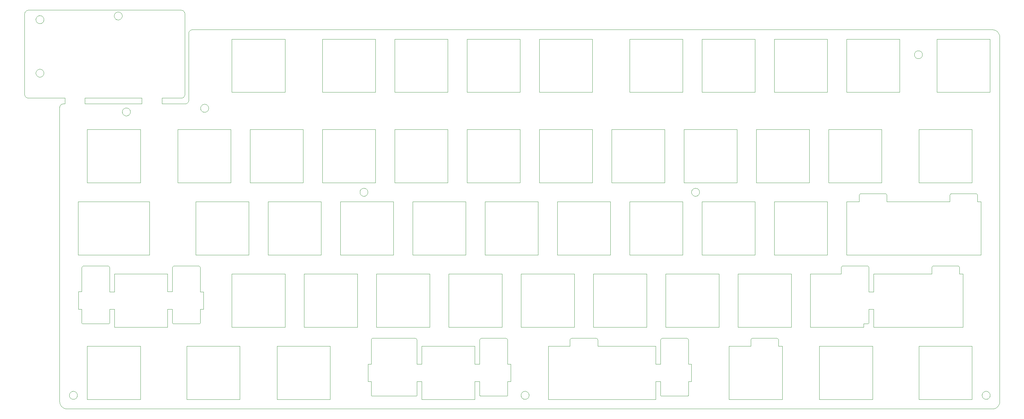
<source format=gm1>
G04 #@! TF.GenerationSoftware,KiCad,Pcbnew,(5.1.9-0-10_14)*
G04 #@! TF.CreationDate,2021-12-01T15:45:57+09:00*
G04 #@! TF.ProjectId,slim_top_plate,736c696d-5f74-46f7-905f-706c6174652e,rev?*
G04 #@! TF.SameCoordinates,PX136f960PY1ca38b0*
G04 #@! TF.FileFunction,Profile,NP*
%FSLAX46Y46*%
G04 Gerber Fmt 4.6, Leading zero omitted, Abs format (unit mm)*
G04 Created by KiCad (PCBNEW (5.1.9-0-10_14)) date 2021-12-01 15:45:57*
%MOMM*%
%LPD*%
G01*
G04 APERTURE LIST*
G04 #@! TA.AperFunction,Profile*
%ADD10C,0.088000*%
G04 #@! TD*
G04 APERTURE END LIST*
D10*
X254337478Y-21687507D02*
X240337493Y-21687485D01*
X240337493Y-21687485D02*
X240337515Y-7687500D01*
X251956228Y-64550007D02*
X216524993Y-64549985D01*
X254309508Y-101569603D02*
X254304086Y-101676958D01*
X254304086Y-101676958D02*
X254288175Y-101781213D01*
X254288175Y-101781213D02*
X254262301Y-101881839D01*
X254262301Y-101881839D02*
X254226993Y-101978309D01*
X254226993Y-101978309D02*
X254182778Y-102070094D01*
X254182778Y-102070094D02*
X254130183Y-102156666D01*
X254130183Y-102156666D02*
X254069738Y-102237499D01*
X254069738Y-102237499D02*
X254001969Y-102312064D01*
X254001969Y-102312064D02*
X253927404Y-102379833D01*
X253927404Y-102379833D02*
X253846571Y-102440279D01*
X253846571Y-102440279D02*
X253759999Y-102492873D01*
X253759999Y-102492873D02*
X253668214Y-102537089D01*
X253668214Y-102537089D02*
X253571744Y-102572397D01*
X253571744Y-102572397D02*
X253471118Y-102598271D01*
X253471118Y-102598271D02*
X253366863Y-102614182D01*
X253366863Y-102614182D02*
X253259508Y-102619604D01*
X187662478Y-45500007D02*
X173662493Y-45499985D01*
X187662500Y-31500000D02*
X187662478Y-45500007D01*
X173662515Y-31500000D02*
X187662500Y-31500000D01*
X254337500Y-7687500D02*
X254337478Y-21687507D01*
X253259508Y-100519603D02*
X253366863Y-100525024D01*
X253366863Y-100525024D02*
X253471118Y-100540935D01*
X253471118Y-100540935D02*
X253571744Y-100566809D01*
X253571744Y-100566809D02*
X253668214Y-100602117D01*
X253668214Y-100602117D02*
X253759999Y-100646333D01*
X253759999Y-100646333D02*
X253846571Y-100698927D01*
X253846571Y-100698927D02*
X253927404Y-100759373D01*
X253927404Y-100759373D02*
X254001969Y-100827142D01*
X254001969Y-100827142D02*
X254069738Y-100901707D01*
X254069738Y-100901707D02*
X254130183Y-100982539D01*
X254130183Y-100982539D02*
X254182778Y-101069112D01*
X254182778Y-101069112D02*
X254226993Y-101160897D01*
X254226993Y-101160897D02*
X254262301Y-101257366D01*
X254262301Y-101257366D02*
X254288175Y-101357992D01*
X254288175Y-101357992D02*
X254304086Y-101462247D01*
X254304086Y-101462247D02*
X254309508Y-101569603D01*
X238946450Y-67957185D02*
X238956607Y-67856416D01*
X238956607Y-67856416D02*
X238985740Y-67762559D01*
X238985740Y-67762559D02*
X239031838Y-67677625D01*
X239031838Y-67677625D02*
X239092890Y-67603626D01*
X239092890Y-67603626D02*
X239166887Y-67542572D01*
X239166887Y-67542572D02*
X239251818Y-67496475D01*
X239251818Y-67496475D02*
X239345672Y-67467345D01*
X239345672Y-67467345D02*
X239446441Y-67457194D01*
X238946450Y-69599742D02*
X238946450Y-67957185D01*
X223675612Y-69599742D02*
X238946450Y-69599742D01*
X223675612Y-74293146D02*
X223675612Y-69599742D01*
X252209507Y-101569603D02*
X252214928Y-101462247D01*
X252214928Y-101462247D02*
X252230839Y-101357992D01*
X252230839Y-101357992D02*
X252256713Y-101257366D01*
X252256713Y-101257366D02*
X252292021Y-101160897D01*
X252292021Y-101160897D02*
X252336237Y-101069112D01*
X252336237Y-101069112D02*
X252388831Y-100982539D01*
X252388831Y-100982539D02*
X252449277Y-100901707D01*
X252449277Y-100901707D02*
X252517046Y-100827142D01*
X252517046Y-100827142D02*
X252591611Y-100759373D01*
X252591611Y-100759373D02*
X252672444Y-100698927D01*
X252672444Y-100698927D02*
X252759016Y-100646333D01*
X252759016Y-100646333D02*
X252850801Y-100602117D01*
X252850801Y-100602117D02*
X252947271Y-100566809D01*
X252947271Y-100566809D02*
X253047897Y-100540935D01*
X253047897Y-100540935D02*
X253152152Y-100525024D01*
X253152152Y-100525024D02*
X253259508Y-100519603D01*
X251956250Y-50550000D02*
X251956228Y-64550007D01*
X251033093Y-50550000D02*
X251956250Y-50550000D01*
X251033093Y-48910436D02*
X251033093Y-50550000D01*
X253259508Y-102619604D02*
X253152152Y-102614182D01*
X253152152Y-102614182D02*
X253047897Y-102598271D01*
X253047897Y-102598271D02*
X252947271Y-102572397D01*
X252947271Y-102572397D02*
X252850801Y-102537089D01*
X252850801Y-102537089D02*
X252759016Y-102492873D01*
X252759016Y-102492873D02*
X252672444Y-102440279D01*
X252672444Y-102440279D02*
X252591611Y-102379833D01*
X252591611Y-102379833D02*
X252517046Y-102312064D01*
X252517046Y-102312064D02*
X252449277Y-102237499D01*
X252449277Y-102237499D02*
X252388831Y-102156666D01*
X252388831Y-102156666D02*
X252336237Y-102070094D01*
X252336237Y-102070094D02*
X252292021Y-101978309D01*
X252292021Y-101978309D02*
X252256713Y-101881839D01*
X252256713Y-101881839D02*
X252230839Y-101781213D01*
X252230839Y-101781213D02*
X252214928Y-101676958D01*
X252214928Y-101676958D02*
X252209507Y-101569603D01*
X222410142Y-67957206D02*
X222410120Y-74293146D01*
X221910151Y-67457194D02*
X222010912Y-67467352D01*
X222010912Y-67467352D02*
X222104764Y-67496487D01*
X222104764Y-67496487D02*
X222189694Y-67542588D01*
X222189694Y-67542588D02*
X222263693Y-67603645D01*
X222263693Y-67603645D02*
X222324747Y-67677645D01*
X222324747Y-67677645D02*
X222370848Y-67762580D01*
X222370848Y-67762580D02*
X222399983Y-67856437D01*
X222399983Y-67856437D02*
X222410142Y-67957206D01*
X215585193Y-67457194D02*
X221910151Y-67457194D01*
X223381228Y-102650007D02*
X209381243Y-102649985D01*
X223675496Y-78884145D02*
X222392529Y-78884145D01*
X223675496Y-83599748D02*
X223675496Y-78884145D01*
X247193728Y-83599748D02*
X223675496Y-83599748D01*
X247193750Y-69600000D02*
X247193728Y-83599748D01*
X246271390Y-69600000D02*
X247193750Y-69600000D01*
X246271390Y-67957206D02*
X246271390Y-69600000D01*
X245771399Y-67457194D02*
X245872160Y-67467352D01*
X245872160Y-67467352D02*
X245966012Y-67496487D01*
X245966012Y-67496487D02*
X246050942Y-67542588D01*
X246050942Y-67542588D02*
X246124941Y-67603645D01*
X246124941Y-67603645D02*
X246185995Y-67677645D01*
X246185995Y-67677645D02*
X246232096Y-67762580D01*
X246232096Y-67762580D02*
X246261231Y-67856437D01*
X246261231Y-67856437D02*
X246271390Y-67957206D01*
X239446441Y-67457194D02*
X245771399Y-67457194D01*
X215085202Y-67957185D02*
X215095359Y-67856416D01*
X215095359Y-67856416D02*
X215124492Y-67762559D01*
X215124492Y-67762559D02*
X215170590Y-67677625D01*
X215170590Y-67677625D02*
X215231642Y-67603626D01*
X215231642Y-67603626D02*
X215305639Y-67542572D01*
X215305639Y-67542572D02*
X215390570Y-67496475D01*
X215390570Y-67496475D02*
X215484424Y-67467345D01*
X215484424Y-67467345D02*
X215585193Y-67457194D01*
X215085202Y-69600000D02*
X215085202Y-67957185D01*
X207000015Y-69600000D02*
X215085202Y-69600000D01*
X206999993Y-83599985D02*
X207000015Y-69600000D01*
X222410120Y-74293146D02*
X223675612Y-74293146D01*
X220999978Y-83600007D02*
X206999993Y-83599985D01*
X220999978Y-82722046D02*
X220999978Y-83600007D01*
X222142501Y-82722046D02*
X220999978Y-82722046D01*
X222392507Y-82472040D02*
X222372861Y-82569348D01*
X222372861Y-82569348D02*
X222319285Y-82648816D01*
X222319285Y-82648816D02*
X222239818Y-82702397D01*
X222239818Y-82702397D02*
X222142501Y-82722046D01*
X222392529Y-78884145D02*
X222392507Y-82472040D01*
X219829313Y-48910415D02*
X219839470Y-48809646D01*
X219839470Y-48809646D02*
X219868603Y-48715789D01*
X219868603Y-48715789D02*
X219914701Y-48630855D01*
X219914701Y-48630855D02*
X219975753Y-48556856D01*
X219975753Y-48556856D02*
X220049750Y-48495802D01*
X220049750Y-48495802D02*
X220134681Y-48449705D01*
X220134681Y-48449705D02*
X220228535Y-48420575D01*
X220228535Y-48420575D02*
X220329304Y-48410424D01*
X219829313Y-50550000D02*
X219829313Y-48910415D01*
X226654263Y-48410424D02*
X226755024Y-48420582D01*
X226755024Y-48420582D02*
X226848876Y-48449717D01*
X226848876Y-48449717D02*
X226933806Y-48495818D01*
X226933806Y-48495818D02*
X227007805Y-48556875D01*
X227007805Y-48556875D02*
X227068859Y-48630875D01*
X227068859Y-48630875D02*
X227114960Y-48715810D01*
X227114960Y-48715810D02*
X227144095Y-48809667D01*
X227144095Y-48809667D02*
X227154254Y-48910436D01*
X220329304Y-48410424D02*
X226654263Y-48410424D01*
X243708153Y-50550000D02*
X243708153Y-48910415D01*
X227154254Y-50550000D02*
X243708153Y-50550000D01*
X227154254Y-48910436D02*
X227154254Y-50550000D01*
X249575000Y-88650022D02*
X249574978Y-102650007D01*
X235575015Y-88650000D02*
X249575000Y-88650022D01*
X235574993Y-102649985D02*
X235575015Y-88650000D01*
X249574978Y-102650007D02*
X235574993Y-102649985D01*
X250533102Y-48410424D02*
X250633864Y-48420582D01*
X250633864Y-48420582D02*
X250727715Y-48449717D01*
X250727715Y-48449717D02*
X250812646Y-48495818D01*
X250812646Y-48495818D02*
X250886644Y-48556875D01*
X250886644Y-48556875D02*
X250947699Y-48630875D01*
X250947699Y-48630875D02*
X250993799Y-48715810D01*
X250993799Y-48715810D02*
X251022934Y-48809667D01*
X251022934Y-48809667D02*
X251033093Y-48910436D01*
X244208144Y-48410424D02*
X250533102Y-48410424D01*
X243708153Y-48910415D02*
X243718310Y-48809646D01*
X243718310Y-48809646D02*
X243747443Y-48715789D01*
X243747443Y-48715789D02*
X243793541Y-48630855D01*
X243793541Y-48630855D02*
X243854593Y-48556856D01*
X243854593Y-48556856D02*
X243928590Y-48495802D01*
X243928590Y-48495802D02*
X244013521Y-48449705D01*
X244013521Y-48449705D02*
X244107375Y-48420575D01*
X244107375Y-48420575D02*
X244208144Y-48410424D01*
X187950015Y-69600000D02*
X201950000Y-69600000D01*
X187949993Y-83599985D02*
X187950015Y-69600000D01*
X201949978Y-83600007D02*
X187949993Y-83599985D01*
X223381250Y-88650022D02*
X223381228Y-102650007D01*
X209381243Y-88650000D02*
X223381250Y-88650022D01*
X209381243Y-102649985D02*
X209381243Y-88650000D01*
X240337515Y-7687500D02*
X254337500Y-7687500D01*
X174845969Y-97954363D02*
X174845969Y-101542258D01*
X175681319Y-97954363D02*
X174845969Y-97954363D01*
X182900000Y-69600000D02*
X182899978Y-83600007D01*
X168900015Y-69600000D02*
X182900000Y-69600000D01*
X168899993Y-83599985D02*
X168900015Y-69600000D01*
X182899978Y-83600007D02*
X168899993Y-83599985D01*
X199568750Y-88650000D02*
X199568728Y-102649985D01*
X198595833Y-88650000D02*
X199568750Y-88650000D01*
X198595833Y-87020944D02*
X198595833Y-88650000D01*
X198095842Y-86520931D02*
X198196604Y-86531089D01*
X198196604Y-86531089D02*
X198290455Y-86560225D01*
X198290455Y-86560225D02*
X198375386Y-86606326D01*
X198375386Y-86606326D02*
X198449384Y-86667382D01*
X198449384Y-86667382D02*
X198510439Y-86741383D01*
X198510439Y-86741383D02*
X198556539Y-86826317D01*
X198556539Y-86826317D02*
X198585674Y-86920174D01*
X198585674Y-86920174D02*
X198595833Y-87020944D01*
X191770884Y-86520910D02*
X198095842Y-86520931D01*
X191270893Y-87020922D02*
X191281050Y-86920153D01*
X191281050Y-86920153D02*
X191310183Y-86826296D01*
X191310183Y-86826296D02*
X191356281Y-86741361D01*
X191356281Y-86741361D02*
X191417333Y-86667361D01*
X191417333Y-86667361D02*
X191491330Y-86606304D01*
X191491330Y-86606304D02*
X191576261Y-86560203D01*
X191576261Y-86560203D02*
X191670115Y-86531068D01*
X191670115Y-86531068D02*
X191770884Y-86520910D01*
X191270893Y-88649979D02*
X191270893Y-87020922D01*
X185568743Y-88649979D02*
X191270893Y-88649979D01*
X185568743Y-102649964D02*
X185568743Y-88649979D01*
X199568728Y-102649985D02*
X185568743Y-102649964D01*
X201950000Y-69600000D02*
X201949978Y-83600007D01*
X235574993Y-45499985D02*
X235575015Y-31500000D01*
X249574978Y-45500007D02*
X235574993Y-45499985D01*
X249575000Y-31500000D02*
X249574978Y-45500007D01*
X216524993Y-21687485D02*
X216525015Y-7687500D01*
X230524978Y-21687507D02*
X216524993Y-21687485D01*
X230525000Y-7687500D02*
X230524978Y-21687507D01*
X216525015Y-7687500D02*
X230525000Y-7687500D01*
X211762493Y-45499985D02*
X211762515Y-31500000D01*
X225762478Y-45500007D02*
X211762493Y-45499985D01*
X225762500Y-31500000D02*
X225762478Y-45500007D01*
X211762515Y-31500000D02*
X225762500Y-31500000D01*
X197474993Y-21687485D02*
X197475015Y-7687500D01*
X211474978Y-21687507D02*
X197474993Y-21687485D01*
X211475000Y-7687500D02*
X211474978Y-21687507D01*
X197475015Y-7687500D02*
X211475000Y-7687500D01*
X197475015Y-50550000D02*
X211475000Y-50550000D01*
X197474993Y-64549985D02*
X197475015Y-50550000D01*
X211474978Y-64550007D02*
X197474993Y-64549985D01*
X211475000Y-50550000D02*
X211474978Y-64550007D01*
X192712493Y-45499985D02*
X192712515Y-31500000D01*
X206712478Y-45500007D02*
X192712493Y-45499985D01*
X206712500Y-31500000D02*
X206712478Y-45500007D01*
X192712515Y-31500000D02*
X206712500Y-31500000D01*
X178424993Y-21687485D02*
X178425015Y-7687500D01*
X192424978Y-21687507D02*
X178424993Y-21687485D01*
X192425000Y-7687500D02*
X192424978Y-21687507D01*
X178425015Y-7687500D02*
X192425000Y-7687500D01*
X178425015Y-50550000D02*
X192425000Y-50550000D01*
X178424993Y-64549985D02*
X178425015Y-50550000D01*
X192424978Y-64550007D02*
X178424993Y-64549985D01*
X192425000Y-50550000D02*
X192424978Y-64550007D01*
X173662493Y-45499985D02*
X173662515Y-31500000D01*
X167771014Y-101792243D02*
X167673708Y-101772594D01*
X167673708Y-101772594D02*
X167594248Y-101719013D01*
X167594248Y-101719013D02*
X167540674Y-101639544D01*
X167540674Y-101639544D02*
X167521029Y-101542236D01*
X174595963Y-101792264D02*
X167771014Y-101792243D01*
X174845969Y-101542258D02*
X174826323Y-101639566D01*
X174826323Y-101639566D02*
X174772747Y-101719034D01*
X174772747Y-101719034D02*
X174693280Y-101772615D01*
X174693280Y-101772615D02*
X174595963Y-101792264D01*
X174846013Y-87027425D02*
X174845991Y-93363364D01*
X174346022Y-86527412D02*
X174446783Y-86537570D01*
X174446783Y-86537570D02*
X174540635Y-86566706D01*
X174540635Y-86566706D02*
X174625565Y-86612807D01*
X174625565Y-86612807D02*
X174699564Y-86673863D01*
X174699564Y-86673863D02*
X174760618Y-86747864D01*
X174760618Y-86747864D02*
X174806719Y-86832798D01*
X174806719Y-86832798D02*
X174835854Y-86926655D01*
X174835854Y-86926655D02*
X174846013Y-87027425D01*
X168021063Y-86527412D02*
X174346022Y-86527412D01*
X167521072Y-87027403D02*
X167531229Y-86926634D01*
X167531229Y-86926634D02*
X167560362Y-86832777D01*
X167560362Y-86832777D02*
X167606460Y-86747843D01*
X167606460Y-86747843D02*
X167667512Y-86673844D01*
X167667512Y-86673844D02*
X167741509Y-86612791D01*
X167741509Y-86612791D02*
X167826440Y-86566693D01*
X167826440Y-86566693D02*
X167920294Y-86537563D01*
X167920294Y-86537563D02*
X168021063Y-86527412D01*
X167521051Y-93345751D02*
X167521072Y-87027403D01*
X166232628Y-93345751D02*
X167521051Y-93345751D01*
X166232628Y-88658871D02*
X166232628Y-93345751D01*
X150967173Y-88649914D02*
X166232628Y-88658871D01*
X150967173Y-87027425D02*
X150967173Y-88649914D01*
X150467182Y-86527412D02*
X150567943Y-86537570D01*
X150567943Y-86537570D02*
X150661795Y-86566706D01*
X150661795Y-86566706D02*
X150746725Y-86612807D01*
X150746725Y-86612807D02*
X150820724Y-86673863D01*
X150820724Y-86673863D02*
X150881778Y-86747864D01*
X150881778Y-86747864D02*
X150927879Y-86832798D01*
X150927879Y-86832798D02*
X150957014Y-86926655D01*
X150957014Y-86926655D02*
X150967173Y-87027425D01*
X144142223Y-86527412D02*
X150467182Y-86527412D01*
X143642232Y-87027403D02*
X143652389Y-86926634D01*
X143652389Y-86926634D02*
X143681522Y-86832777D01*
X143681522Y-86832777D02*
X143727620Y-86747843D01*
X143727620Y-86747843D02*
X143788673Y-86673844D01*
X143788673Y-86673844D02*
X143862669Y-86612791D01*
X143862669Y-86612791D02*
X143947600Y-86566693D01*
X143947600Y-86566693D02*
X144041455Y-86537563D01*
X144041455Y-86537563D02*
X144142223Y-86527412D01*
X143642232Y-88649892D02*
X143642232Y-87027403D01*
X137943765Y-88649871D02*
X143642232Y-88649892D01*
X137943743Y-102649856D02*
X137943765Y-88649871D01*
X166232628Y-102658878D02*
X137943743Y-102649856D01*
X166232628Y-97956882D02*
X166232628Y-102658878D01*
X167521029Y-97956882D02*
X166232628Y-97956882D01*
X167521029Y-101542236D02*
X167521029Y-97956882D01*
X256862496Y-7162726D02*
X256859893Y-7059806D01*
X256859893Y-7059806D02*
X256852170Y-6958239D01*
X256852170Y-6958239D02*
X256839451Y-6858147D01*
X256839451Y-6858147D02*
X256821863Y-6759658D01*
X256821863Y-6759658D02*
X256799531Y-6662898D01*
X256799531Y-6662898D02*
X256772580Y-6567991D01*
X256772580Y-6567991D02*
X256741137Y-6475063D01*
X256741137Y-6475063D02*
X256705327Y-6384241D01*
X256705327Y-6384241D02*
X256665275Y-6295649D01*
X256665275Y-6295649D02*
X256621108Y-6209413D01*
X256621108Y-6209413D02*
X256572951Y-6125660D01*
X256572951Y-6125660D02*
X256520930Y-6044514D01*
X256520930Y-6044514D02*
X256465170Y-5966102D01*
X256465170Y-5966102D02*
X256405796Y-5890549D01*
X256405796Y-5890549D02*
X256342936Y-5817980D01*
X256342936Y-5817980D02*
X256276714Y-5748522D01*
X256276714Y-5748522D02*
X256207256Y-5682300D01*
X256207256Y-5682300D02*
X256134687Y-5619439D01*
X256134687Y-5619439D02*
X256059134Y-5560066D01*
X256059134Y-5560066D02*
X255980721Y-5504306D01*
X255980721Y-5504306D02*
X255899576Y-5452284D01*
X255899576Y-5452284D02*
X255815822Y-5404127D01*
X255815822Y-5404127D02*
X255729587Y-5359960D01*
X255729587Y-5359960D02*
X255640995Y-5319908D01*
X255640995Y-5319908D02*
X255550173Y-5284098D01*
X255550173Y-5284098D02*
X255457245Y-5252655D01*
X255457245Y-5252655D02*
X255362338Y-5225704D01*
X255362338Y-5225704D02*
X255265577Y-5203372D01*
X255265577Y-5203372D02*
X255167089Y-5185784D01*
X255167089Y-5185784D02*
X255066997Y-5173065D01*
X255066997Y-5173065D02*
X254965430Y-5165342D01*
X254965430Y-5165342D02*
X254862511Y-5162740D01*
X256862496Y-103175255D02*
X256862496Y-7162726D01*
X254862511Y-105175240D02*
X254965430Y-105172637D01*
X254965430Y-105172637D02*
X255066997Y-105164914D01*
X255066997Y-105164914D02*
X255167089Y-105152195D01*
X255167089Y-105152195D02*
X255265577Y-105134607D01*
X255265577Y-105134607D02*
X255362338Y-105112275D01*
X255362338Y-105112275D02*
X255457245Y-105085324D01*
X255457245Y-105085324D02*
X255550173Y-105053881D01*
X255550173Y-105053881D02*
X255640995Y-105018071D01*
X255640995Y-105018071D02*
X255729587Y-104978019D01*
X255729587Y-104978019D02*
X255815822Y-104933852D01*
X255815822Y-104933852D02*
X255899576Y-104885695D01*
X255899576Y-104885695D02*
X255980721Y-104833674D01*
X255980721Y-104833674D02*
X256059134Y-104777914D01*
X256059134Y-104777914D02*
X256134687Y-104718540D01*
X256134687Y-104718540D02*
X256207256Y-104655680D01*
X256207256Y-104655680D02*
X256276714Y-104589458D01*
X256276714Y-104589458D02*
X256342936Y-104520000D01*
X256342936Y-104520000D02*
X256405796Y-104447431D01*
X256405796Y-104447431D02*
X256465170Y-104371878D01*
X256465170Y-104371878D02*
X256520930Y-104293465D01*
X256520930Y-104293465D02*
X256572951Y-104212320D01*
X256572951Y-104212320D02*
X256621108Y-104128566D01*
X256621108Y-104128566D02*
X256665275Y-104042331D01*
X256665275Y-104042331D02*
X256705327Y-103953739D01*
X256705327Y-103953739D02*
X256741137Y-103862917D01*
X256741137Y-103862917D02*
X256772580Y-103769989D01*
X256772580Y-103769989D02*
X256799531Y-103675082D01*
X256799531Y-103675082D02*
X256821863Y-103578321D01*
X256821863Y-103578321D02*
X256839451Y-103479833D01*
X256839451Y-103479833D02*
X256852170Y-103379741D01*
X256852170Y-103379741D02*
X256859893Y-103278174D01*
X256859893Y-103278174D02*
X256862496Y-103175255D01*
X11212504Y-105175240D02*
X254862511Y-105175240D01*
X9212496Y-103175233D02*
X9215098Y-103278154D01*
X9215098Y-103278154D02*
X9222821Y-103379723D01*
X9222821Y-103379723D02*
X9235540Y-103479816D01*
X9235540Y-103479816D02*
X9253128Y-103578307D01*
X9253128Y-103578307D02*
X9275460Y-103675069D01*
X9275460Y-103675069D02*
X9302411Y-103769977D01*
X9302411Y-103769977D02*
X9333854Y-103862906D01*
X9333854Y-103862906D02*
X9369665Y-103953730D01*
X9369665Y-103953730D02*
X9409716Y-104042323D01*
X9409716Y-104042323D02*
X9453884Y-104128559D01*
X9453884Y-104128559D02*
X9502041Y-104212314D01*
X9502041Y-104212314D02*
X9554063Y-104293460D01*
X9554063Y-104293460D02*
X9609823Y-104371873D01*
X9609823Y-104371873D02*
X9669197Y-104447427D01*
X9669197Y-104447427D02*
X9732058Y-104519996D01*
X9732058Y-104519996D02*
X9798281Y-104589455D01*
X9798281Y-104589455D02*
X9867739Y-104655678D01*
X9867739Y-104655678D02*
X9940309Y-104718539D01*
X9940309Y-104718539D02*
X10015862Y-104777912D01*
X10015862Y-104777912D02*
X10094276Y-104833673D01*
X10094276Y-104833673D02*
X10175422Y-104885694D01*
X10175422Y-104885694D02*
X10259176Y-104933852D01*
X10259176Y-104933852D02*
X10345413Y-104978019D01*
X10345413Y-104978019D02*
X10434006Y-105018071D01*
X10434006Y-105018071D02*
X10524830Y-105053881D01*
X10524830Y-105053881D02*
X10617759Y-105085324D01*
X10617759Y-105085324D02*
X10712667Y-105112275D01*
X10712667Y-105112275D02*
X10809429Y-105134607D01*
X10809429Y-105134607D02*
X10907920Y-105152195D01*
X10907920Y-105152195D02*
X11008013Y-105164914D01*
X11008013Y-105164914D02*
X11109582Y-105172637D01*
X11109582Y-105172637D02*
X11212504Y-105175240D01*
X9212496Y-25712993D02*
X9212496Y-103175233D01*
X10212500Y-24712990D02*
X10110254Y-24718153D01*
X10110254Y-24718153D02*
X10010962Y-24733307D01*
X10010962Y-24733307D02*
X9915127Y-24757949D01*
X9915127Y-24757949D02*
X9823251Y-24791577D01*
X9823251Y-24791577D02*
X9735836Y-24833688D01*
X9735836Y-24833688D02*
X9653386Y-24883779D01*
X9653386Y-24883779D02*
X9576402Y-24941347D01*
X9576402Y-24941347D02*
X9505388Y-25005890D01*
X9505388Y-25005890D02*
X9440846Y-25076905D01*
X9440846Y-25076905D02*
X9383279Y-25153889D01*
X9383279Y-25153889D02*
X9333190Y-25236339D01*
X9333190Y-25236339D02*
X9291080Y-25323753D01*
X9291080Y-25323753D02*
X9257453Y-25415628D01*
X9257453Y-25415628D02*
X9232812Y-25511462D01*
X9232812Y-25511462D02*
X9217658Y-25610751D01*
X9217658Y-25610751D02*
X9212496Y-25712993D01*
X10600000Y-24712990D02*
X10212500Y-24712990D01*
X10600000Y-23212758D02*
X10600000Y-24712990D01*
X995470Y-23212758D02*
X10600000Y-23212758D01*
X-4512Y-22212755D02*
X650Y-22315000D01*
X650Y-22315000D02*
X15804Y-22414292D01*
X15804Y-22414292D02*
X40445Y-22510127D01*
X40445Y-22510127D02*
X74072Y-22602003D01*
X74072Y-22602003D02*
X116181Y-22689418D01*
X116181Y-22689418D02*
X166270Y-22771868D01*
X166270Y-22771868D02*
X223836Y-22848852D01*
X223836Y-22848852D02*
X288377Y-22919866D01*
X288377Y-22919866D02*
X359390Y-22984407D01*
X359390Y-22984407D02*
X436372Y-23041974D01*
X436372Y-23041974D02*
X518821Y-23092064D01*
X518821Y-23092064D02*
X606233Y-23134173D01*
X606233Y-23134173D02*
X698107Y-23167800D01*
X698107Y-23167800D02*
X793940Y-23192441D01*
X793940Y-23192441D02*
X893228Y-23207595D01*
X893228Y-23207595D02*
X995470Y-23212758D01*
X-4512Y-1012757D02*
X-4512Y-22212755D01*
X995470Y-12753D02*
X893228Y-17916D01*
X893228Y-17916D02*
X793940Y-33070D01*
X793940Y-33070D02*
X698107Y-57712D01*
X698107Y-57712D02*
X606233Y-91340D01*
X606233Y-91340D02*
X518821Y-133451D01*
X518821Y-133451D02*
X436372Y-183542D01*
X436372Y-183542D02*
X359390Y-241110D01*
X359390Y-241110D02*
X288377Y-305653D01*
X288377Y-305653D02*
X223836Y-376668D01*
X223836Y-376668D02*
X166270Y-453652D01*
X166270Y-453652D02*
X116181Y-536102D01*
X116181Y-536102D02*
X74072Y-623517D01*
X74072Y-623517D02*
X40445Y-715392D01*
X40445Y-715392D02*
X15804Y-811225D01*
X15804Y-811225D02*
X650Y-910515D01*
X650Y-910515D02*
X-4512Y-1012757D01*
X41195471Y-12753D02*
X995470Y-12753D01*
X42195475Y-1012757D02*
X42190312Y-910515D01*
X42190312Y-910515D02*
X42175158Y-811225D01*
X42175158Y-811225D02*
X42150517Y-715392D01*
X42150517Y-715392D02*
X42116890Y-623517D01*
X42116890Y-623517D02*
X42074780Y-536102D01*
X42074780Y-536102D02*
X42024691Y-453652D01*
X42024691Y-453652D02*
X41967124Y-376668D01*
X41967124Y-376668D02*
X41902582Y-305653D01*
X41902582Y-305653D02*
X41831568Y-241110D01*
X41831568Y-241110D02*
X41754584Y-183542D01*
X41754584Y-183542D02*
X41672134Y-133451D01*
X41672134Y-133451D02*
X41584719Y-91340D01*
X41584719Y-91340D02*
X41492843Y-57712D01*
X41492843Y-57712D02*
X41397008Y-33070D01*
X41397008Y-33070D02*
X41297716Y-17916D01*
X41297716Y-17916D02*
X41195471Y-12753D01*
X42195475Y-22212755D02*
X42195475Y-1012757D01*
X41195471Y-23212758D02*
X41297716Y-23207595D01*
X41297716Y-23207595D02*
X41397008Y-23192441D01*
X41397008Y-23192441D02*
X41492843Y-23167800D01*
X41492843Y-23167800D02*
X41584719Y-23134173D01*
X41584719Y-23134173D02*
X41672134Y-23092064D01*
X41672134Y-23092064D02*
X41754584Y-23041974D01*
X41754584Y-23041974D02*
X41831568Y-22984407D01*
X41831568Y-22984407D02*
X41902582Y-22919866D01*
X41902582Y-22919866D02*
X41967124Y-22848852D01*
X41967124Y-22848852D02*
X42024691Y-22771868D01*
X42024691Y-22771868D02*
X42074780Y-22689418D01*
X42074780Y-22689418D02*
X42116890Y-22602003D01*
X42116890Y-22602003D02*
X42150517Y-22510127D01*
X42150517Y-22510127D02*
X42175158Y-22414292D01*
X42175158Y-22414292D02*
X42190312Y-22315000D01*
X42190312Y-22315000D02*
X42195475Y-22212755D01*
X36200000Y-23212758D02*
X36367380Y-23212758D01*
X36367380Y-23212758D02*
X36472826Y-23212758D01*
X36472826Y-23212758D02*
X36599872Y-23212758D01*
X36599872Y-23212758D02*
X36746598Y-23212758D01*
X36746598Y-23212758D02*
X36911086Y-23212758D01*
X36911086Y-23212758D02*
X37091415Y-23212758D01*
X37091415Y-23212758D02*
X37285664Y-23212758D01*
X37285664Y-23212758D02*
X37491915Y-23212758D01*
X37491915Y-23212758D02*
X37708248Y-23212758D01*
X37708248Y-23212758D02*
X37932742Y-23212758D01*
X37932742Y-23212758D02*
X38163478Y-23212758D01*
X38163478Y-23212758D02*
X38398536Y-23212758D01*
X38398536Y-23212758D02*
X38635997Y-23212758D01*
X38635997Y-23212758D02*
X38873939Y-23212758D01*
X38873939Y-23212758D02*
X39110444Y-23212758D01*
X39110444Y-23212758D02*
X39343592Y-23212758D01*
X39343592Y-23212758D02*
X39571462Y-23212758D01*
X39571462Y-23212758D02*
X39792136Y-23212758D01*
X39792136Y-23212758D02*
X40003693Y-23212758D01*
X40003693Y-23212758D02*
X40204213Y-23212758D01*
X40204213Y-23212758D02*
X40391776Y-23212758D01*
X40391776Y-23212758D02*
X40564463Y-23212758D01*
X40564463Y-23212758D02*
X40720354Y-23212758D01*
X40720354Y-23212758D02*
X40857530Y-23212758D01*
X40857530Y-23212758D02*
X40974069Y-23212758D01*
X40974069Y-23212758D02*
X41068052Y-23212758D01*
X41068052Y-23212758D02*
X41180673Y-23212758D01*
X41180673Y-23212758D02*
X41195471Y-23212758D01*
X36200000Y-24712990D02*
X36200000Y-23212758D01*
X42221464Y-24712990D02*
X36200000Y-24712990D01*
X43221467Y-23713008D02*
X43216304Y-23815249D01*
X43216304Y-23815249D02*
X43201150Y-23914537D01*
X43201150Y-23914537D02*
X43176509Y-24010370D01*
X43176509Y-24010370D02*
X43142882Y-24102244D01*
X43142882Y-24102244D02*
X43100772Y-24189656D01*
X43100772Y-24189656D02*
X43050683Y-24272105D01*
X43050683Y-24272105D02*
X42993116Y-24349087D01*
X42993116Y-24349087D02*
X42928574Y-24420100D01*
X42928574Y-24420100D02*
X42857560Y-24484641D01*
X42857560Y-24484641D02*
X42780577Y-24542207D01*
X42780577Y-24542207D02*
X42698126Y-24592296D01*
X42698126Y-24592296D02*
X42610712Y-24634405D01*
X42610712Y-24634405D02*
X42518836Y-24668032D01*
X42518836Y-24668032D02*
X42423000Y-24692673D01*
X42423000Y-24692673D02*
X42323709Y-24707827D01*
X42323709Y-24707827D02*
X42221464Y-24712990D01*
X43221467Y-6162744D02*
X43221467Y-23713008D01*
X44221471Y-5162740D02*
X44119225Y-5167903D01*
X44119225Y-5167903D02*
X44019933Y-5183057D01*
X44019933Y-5183057D02*
X43924098Y-5207699D01*
X43924098Y-5207699D02*
X43832222Y-5241327D01*
X43832222Y-5241327D02*
X43744807Y-5283438D01*
X43744807Y-5283438D02*
X43662357Y-5333529D01*
X43662357Y-5333529D02*
X43585373Y-5391097D01*
X43585373Y-5391097D02*
X43514359Y-5455640D01*
X43514359Y-5455640D02*
X43449817Y-5526655D01*
X43449817Y-5526655D02*
X43392250Y-5603639D01*
X43392250Y-5603639D02*
X43342161Y-5686090D01*
X43342161Y-5686090D02*
X43300051Y-5773504D01*
X43300051Y-5773504D02*
X43266424Y-5865379D01*
X43266424Y-5865379D02*
X43241783Y-5961213D01*
X43241783Y-5961213D02*
X43226629Y-6060502D01*
X43226629Y-6060502D02*
X43221467Y-6162744D01*
X254862511Y-5162740D02*
X44221471Y-5162740D01*
X234381504Y-11755598D02*
X234386925Y-11648242D01*
X234386925Y-11648242D02*
X234402836Y-11543987D01*
X234402836Y-11543987D02*
X234428710Y-11443361D01*
X234428710Y-11443361D02*
X234464018Y-11346891D01*
X234464018Y-11346891D02*
X234508234Y-11255106D01*
X234508234Y-11255106D02*
X234560828Y-11168534D01*
X234560828Y-11168534D02*
X234621274Y-11087701D01*
X234621274Y-11087701D02*
X234689043Y-11013137D01*
X234689043Y-11013137D02*
X234763608Y-10945367D01*
X234763608Y-10945367D02*
X234844441Y-10884922D01*
X234844441Y-10884922D02*
X234931013Y-10832327D01*
X234931013Y-10832327D02*
X235022798Y-10788112D01*
X235022798Y-10788112D02*
X235119268Y-10752804D01*
X235119268Y-10752804D02*
X235219894Y-10726930D01*
X235219894Y-10726930D02*
X235324149Y-10711019D01*
X235324149Y-10711019D02*
X235431505Y-10705598D01*
X235431505Y-12805599D02*
X235324149Y-12800177D01*
X235324149Y-12800177D02*
X235219894Y-12784266D01*
X235219894Y-12784266D02*
X235119268Y-12758392D01*
X235119268Y-12758392D02*
X235022798Y-12723084D01*
X235022798Y-12723084D02*
X234931013Y-12678868D01*
X234931013Y-12678868D02*
X234844441Y-12626274D01*
X234844441Y-12626274D02*
X234763608Y-12565828D01*
X234763608Y-12565828D02*
X234689043Y-12498059D01*
X234689043Y-12498059D02*
X234621274Y-12423494D01*
X234621274Y-12423494D02*
X234560828Y-12342661D01*
X234560828Y-12342661D02*
X234508234Y-12256089D01*
X234508234Y-12256089D02*
X234464018Y-12164304D01*
X234464018Y-12164304D02*
X234428710Y-12067834D01*
X234428710Y-12067834D02*
X234402836Y-11967208D01*
X234402836Y-11967208D02*
X234386925Y-11862953D01*
X234386925Y-11862953D02*
X234381504Y-11755598D01*
X236481505Y-11755598D02*
X236476083Y-11862953D01*
X236476083Y-11862953D02*
X236460172Y-11967208D01*
X236460172Y-11967208D02*
X236434298Y-12067834D01*
X236434298Y-12067834D02*
X236398990Y-12164304D01*
X236398990Y-12164304D02*
X236354775Y-12256089D01*
X236354775Y-12256089D02*
X236302180Y-12342661D01*
X236302180Y-12342661D02*
X236241735Y-12423494D01*
X236241735Y-12423494D02*
X236173966Y-12498059D01*
X236173966Y-12498059D02*
X236099401Y-12565828D01*
X236099401Y-12565828D02*
X236018568Y-12626274D01*
X236018568Y-12626274D02*
X235931996Y-12678868D01*
X235931996Y-12678868D02*
X235840211Y-12723084D01*
X235840211Y-12723084D02*
X235743741Y-12758392D01*
X235743741Y-12758392D02*
X235643115Y-12784266D01*
X235643115Y-12784266D02*
X235538860Y-12800177D01*
X235538860Y-12800177D02*
X235431505Y-12805599D01*
X235431505Y-10705598D02*
X235538860Y-10711019D01*
X235538860Y-10711019D02*
X235643115Y-10726930D01*
X235643115Y-10726930D02*
X235743741Y-10752804D01*
X235743741Y-10752804D02*
X235840211Y-10788112D01*
X235840211Y-10788112D02*
X235931996Y-10832327D01*
X235931996Y-10832327D02*
X236018568Y-10884922D01*
X236018568Y-10884922D02*
X236099401Y-10945367D01*
X236099401Y-10945367D02*
X236173966Y-11013137D01*
X236173966Y-11013137D02*
X236241735Y-11087701D01*
X236241735Y-11087701D02*
X236302180Y-11168534D01*
X236302180Y-11168534D02*
X236354775Y-11255106D01*
X236354775Y-11255106D02*
X236398990Y-11346891D01*
X236398990Y-11346891D02*
X236434298Y-11443361D01*
X236434298Y-11443361D02*
X236460172Y-11543987D01*
X236460172Y-11543987D02*
X236476083Y-11648242D01*
X236476083Y-11648242D02*
X236481505Y-11755598D01*
X235575015Y-31500000D02*
X249575000Y-31500000D01*
X104592269Y-93363364D02*
X104592269Y-88649742D01*
X103326778Y-93363364D02*
X104592269Y-93363364D01*
X103326799Y-87027425D02*
X103326778Y-93363364D01*
X102826808Y-86527412D02*
X102927570Y-86537570D01*
X102927570Y-86537570D02*
X103021421Y-86566706D01*
X103021421Y-86566706D02*
X103106352Y-86612807D01*
X103106352Y-86612807D02*
X103180350Y-86673863D01*
X103180350Y-86673863D02*
X103241405Y-86747864D01*
X103241405Y-86747864D02*
X103287505Y-86832798D01*
X103287505Y-86832798D02*
X103316640Y-86926655D01*
X103316640Y-86926655D02*
X103326799Y-87027425D01*
X91778279Y-86515031D02*
X102826808Y-86527412D01*
X91278288Y-87015044D02*
X91288445Y-86914274D01*
X91288445Y-86914274D02*
X91317578Y-86820417D01*
X91317578Y-86820417D02*
X91363676Y-86735483D01*
X91363676Y-86735483D02*
X91424728Y-86661482D01*
X91424728Y-86661482D02*
X91498725Y-86600426D01*
X91498725Y-86600426D02*
X91583656Y-86554325D01*
X91583656Y-86554325D02*
X91677510Y-86525189D01*
X91677510Y-86525189D02*
X91778279Y-86515031D01*
X91278267Y-93333392D02*
X91278288Y-87015044D01*
X90442896Y-93333392D02*
X91278267Y-93333392D01*
X90442896Y-97944523D02*
X90442896Y-93333392D01*
X91278267Y-97944523D02*
X90442896Y-97944523D01*
X91278245Y-101529877D02*
X91278267Y-97944523D01*
X91528230Y-101779883D02*
X91430924Y-101760234D01*
X91430924Y-101760234D02*
X91351464Y-101706653D01*
X91351464Y-101706653D02*
X91297890Y-101627185D01*
X91297890Y-101627185D02*
X91278245Y-101529877D01*
X103076750Y-101792264D02*
X91528230Y-101779883D01*
X103326756Y-101542258D02*
X103307110Y-101639566D01*
X103307110Y-101639566D02*
X103253534Y-101719034D01*
X103253534Y-101719034D02*
X103174067Y-101772615D01*
X103174067Y-101772615D02*
X103076750Y-101792264D01*
X103326778Y-97954363D02*
X103326756Y-101542258D01*
X104592269Y-97954363D02*
X103326778Y-97954363D01*
X104592269Y-102649748D02*
X104592269Y-97954363D01*
X118592254Y-102649748D02*
X104592269Y-102649748D01*
X118592254Y-97956882D02*
X118592254Y-102649748D01*
X119880655Y-97956882D02*
X118592254Y-97956882D01*
X119880655Y-101542236D02*
X119880655Y-97956882D01*
X120130640Y-101792243D02*
X120033334Y-101772594D01*
X120033334Y-101772594D02*
X119953874Y-101719013D01*
X119953874Y-101719013D02*
X119900300Y-101639544D01*
X119900300Y-101639544D02*
X119880655Y-101542236D01*
X126955589Y-101792264D02*
X120130640Y-101792243D01*
X127205596Y-101542258D02*
X127185950Y-101639566D01*
X127185950Y-101639566D02*
X127132374Y-101719034D01*
X127132374Y-101719034D02*
X127052906Y-101772615D01*
X127052906Y-101772615D02*
X126955589Y-101792264D01*
X127205596Y-97954363D02*
X127205596Y-101542258D01*
X128040945Y-97954363D02*
X127205596Y-97954363D01*
X132860332Y-101569603D02*
X132854910Y-101676958D01*
X132854910Y-101676958D02*
X132838999Y-101781213D01*
X132838999Y-101781213D02*
X132813125Y-101881839D01*
X132813125Y-101881839D02*
X132777817Y-101978309D01*
X132777817Y-101978309D02*
X132733602Y-102070094D01*
X132733602Y-102070094D02*
X132681007Y-102156666D01*
X132681007Y-102156666D02*
X132620562Y-102237499D01*
X132620562Y-102237499D02*
X132552793Y-102312064D01*
X132552793Y-102312064D02*
X132478228Y-102379833D01*
X132478228Y-102379833D02*
X132397395Y-102440279D01*
X132397395Y-102440279D02*
X132310823Y-102492873D01*
X132310823Y-102492873D02*
X132219038Y-102537089D01*
X132219038Y-102537089D02*
X132122568Y-102572397D01*
X132122568Y-102572397D02*
X132021942Y-102598271D01*
X132021942Y-102598271D02*
X131917687Y-102614182D01*
X131917687Y-102614182D02*
X131810332Y-102619604D01*
X131810332Y-100519603D02*
X131917687Y-100525024D01*
X131917687Y-100525024D02*
X132021942Y-100540935D01*
X132021942Y-100540935D02*
X132122568Y-100566809D01*
X132122568Y-100566809D02*
X132219038Y-100602117D01*
X132219038Y-100602117D02*
X132310823Y-100646333D01*
X132310823Y-100646333D02*
X132397395Y-100698927D01*
X132397395Y-100698927D02*
X132478228Y-100759373D01*
X132478228Y-100759373D02*
X132552793Y-100827142D01*
X132552793Y-100827142D02*
X132620562Y-100901707D01*
X132620562Y-100901707D02*
X132681007Y-100982539D01*
X132681007Y-100982539D02*
X132733602Y-101069112D01*
X132733602Y-101069112D02*
X132777817Y-101160897D01*
X132777817Y-101160897D02*
X132813125Y-101257366D01*
X132813125Y-101257366D02*
X132838999Y-101357992D01*
X132838999Y-101357992D02*
X132854910Y-101462247D01*
X132854910Y-101462247D02*
X132860332Y-101569603D01*
X130760331Y-101569603D02*
X130765752Y-101462247D01*
X130765752Y-101462247D02*
X130781663Y-101357992D01*
X130781663Y-101357992D02*
X130807537Y-101257366D01*
X130807537Y-101257366D02*
X130842845Y-101160897D01*
X130842845Y-101160897D02*
X130887061Y-101069112D01*
X130887061Y-101069112D02*
X130939655Y-100982539D01*
X130939655Y-100982539D02*
X131000101Y-100901707D01*
X131000101Y-100901707D02*
X131067870Y-100827142D01*
X131067870Y-100827142D02*
X131142435Y-100759373D01*
X131142435Y-100759373D02*
X131223268Y-100698927D01*
X131223268Y-100698927D02*
X131309840Y-100646333D01*
X131309840Y-100646333D02*
X131401625Y-100602117D01*
X131401625Y-100602117D02*
X131498095Y-100566809D01*
X131498095Y-100566809D02*
X131598721Y-100540935D01*
X131598721Y-100540935D02*
X131702976Y-100525024D01*
X131702976Y-100525024D02*
X131810332Y-100519603D01*
X131810332Y-102619604D02*
X131702976Y-102614182D01*
X131702976Y-102614182D02*
X131598721Y-102598271D01*
X131598721Y-102598271D02*
X131498095Y-102572397D01*
X131498095Y-102572397D02*
X131401625Y-102537089D01*
X131401625Y-102537089D02*
X131309840Y-102492873D01*
X131309840Y-102492873D02*
X131223268Y-102440279D01*
X131223268Y-102440279D02*
X131142435Y-102379833D01*
X131142435Y-102379833D02*
X131067870Y-102312064D01*
X131067870Y-102312064D02*
X131000101Y-102237499D01*
X131000101Y-102237499D02*
X130939655Y-102156666D01*
X130939655Y-102156666D02*
X130887061Y-102070094D01*
X130887061Y-102070094D02*
X130842845Y-101978309D01*
X130842845Y-101978309D02*
X130807537Y-101881839D01*
X130807537Y-101881839D02*
X130781663Y-101781213D01*
X130781663Y-101781213D02*
X130765752Y-101676958D01*
X130765752Y-101676958D02*
X130760331Y-101569603D01*
X175681341Y-93363364D02*
X175681319Y-97954363D01*
X174845991Y-93363364D02*
X175681341Y-93363364D01*
X12819511Y-100519603D02*
X12926866Y-100525024D01*
X12926866Y-100525024D02*
X13031121Y-100540935D01*
X13031121Y-100540935D02*
X13131747Y-100566809D01*
X13131747Y-100566809D02*
X13228217Y-100602117D01*
X13228217Y-100602117D02*
X13320002Y-100646333D01*
X13320002Y-100646333D02*
X13406574Y-100698927D01*
X13406574Y-100698927D02*
X13487407Y-100759373D01*
X13487407Y-100759373D02*
X13561972Y-100827142D01*
X13561972Y-100827142D02*
X13629741Y-100901707D01*
X13629741Y-100901707D02*
X13690187Y-100982539D01*
X13690187Y-100982539D02*
X13742781Y-101069112D01*
X13742781Y-101069112D02*
X13786997Y-101160897D01*
X13786997Y-101160897D02*
X13822305Y-101257366D01*
X13822305Y-101257366D02*
X13848179Y-101357992D01*
X13848179Y-101357992D02*
X13864090Y-101462247D01*
X13864090Y-101462247D02*
X13869512Y-101569603D01*
X11769511Y-101569603D02*
X11774931Y-101462247D01*
X11774931Y-101462247D02*
X11790842Y-101357992D01*
X11790842Y-101357992D02*
X11816715Y-101257366D01*
X11816715Y-101257366D02*
X11852022Y-101160897D01*
X11852022Y-101160897D02*
X11896236Y-101069112D01*
X11896236Y-101069112D02*
X11948829Y-100982539D01*
X11948829Y-100982539D02*
X12009274Y-100901707D01*
X12009274Y-100901707D02*
X12077042Y-100827142D01*
X12077042Y-100827142D02*
X12151606Y-100759373D01*
X12151606Y-100759373D02*
X12232438Y-100698927D01*
X12232438Y-100698927D02*
X12319010Y-100646333D01*
X12319010Y-100646333D02*
X12410796Y-100602117D01*
X12410796Y-100602117D02*
X12507266Y-100566809D01*
X12507266Y-100566809D02*
X12607894Y-100540935D01*
X12607894Y-100540935D02*
X12712151Y-100525024D01*
X12712151Y-100525024D02*
X12819511Y-100519603D01*
X12819511Y-102619604D02*
X12712151Y-102614182D01*
X12712151Y-102614182D02*
X12607894Y-102598271D01*
X12607894Y-102598271D02*
X12507266Y-102572397D01*
X12507266Y-102572397D02*
X12410796Y-102537089D01*
X12410796Y-102537089D02*
X12319010Y-102492873D01*
X12319010Y-102492873D02*
X12232438Y-102440279D01*
X12232438Y-102440279D02*
X12151606Y-102379833D01*
X12151606Y-102379833D02*
X12077042Y-102312064D01*
X12077042Y-102312064D02*
X12009274Y-102237499D01*
X12009274Y-102237499D02*
X11948829Y-102156666D01*
X11948829Y-102156666D02*
X11896236Y-102070094D01*
X11896236Y-102070094D02*
X11852022Y-101978309D01*
X11852022Y-101978309D02*
X11816715Y-101881839D01*
X11816715Y-101881839D02*
X11790842Y-101781213D01*
X11790842Y-101781213D02*
X11774931Y-101676958D01*
X11774931Y-101676958D02*
X11769511Y-101569603D01*
X14118506Y-64549727D02*
X14118506Y-50549742D01*
X32881228Y-64550007D02*
X14118506Y-64549727D01*
X32881250Y-50550000D02*
X32881228Y-64550007D01*
X14118506Y-50549742D02*
X32881250Y-50550000D01*
X30500000Y-88650000D02*
X30499978Y-102650007D01*
X16500015Y-88650000D02*
X30500000Y-88650000D01*
X16499993Y-102649985D02*
X16500015Y-88650000D01*
X30499978Y-102650007D02*
X16499993Y-102649985D01*
X39181877Y-82722024D02*
X39084572Y-82702375D01*
X39084572Y-82702375D02*
X39005111Y-82648794D01*
X39005111Y-82648794D02*
X38951538Y-82569326D01*
X38951538Y-82569326D02*
X38931893Y-82472018D01*
X46006827Y-82722046D02*
X39181877Y-82722024D01*
X46256833Y-82472040D02*
X46237187Y-82569348D01*
X46237187Y-82569348D02*
X46183611Y-82648816D01*
X46183611Y-82648816D02*
X46104144Y-82702397D01*
X46104144Y-82702397D02*
X46006827Y-82722046D01*
X46256833Y-78884145D02*
X46256833Y-82472040D01*
X47092183Y-78884145D02*
X46256833Y-78884145D01*
X47092204Y-74293146D02*
X47092183Y-78884145D01*
X46256855Y-74293146D02*
X47092204Y-74293146D01*
X46256876Y-67957206D02*
X46256855Y-74293146D01*
X45756885Y-67457194D02*
X45857647Y-67467352D01*
X45857647Y-67467352D02*
X45951498Y-67496487D01*
X45951498Y-67496487D02*
X46036429Y-67542588D01*
X46036429Y-67542588D02*
X46110427Y-67603645D01*
X46110427Y-67603645D02*
X46171482Y-67677645D01*
X46171482Y-67677645D02*
X46217582Y-67762580D01*
X46217582Y-67762580D02*
X46246717Y-67856437D01*
X46246717Y-67856437D02*
X46256876Y-67957206D01*
X39431927Y-67457194D02*
X45756885Y-67457194D01*
X38931936Y-67957185D02*
X38942093Y-67856416D01*
X38942093Y-67856416D02*
X38971226Y-67762559D01*
X38971226Y-67762559D02*
X39017324Y-67677625D01*
X39017324Y-67677625D02*
X39078376Y-67603626D01*
X39078376Y-67603626D02*
X39152373Y-67542572D01*
X39152373Y-67542572D02*
X39237304Y-67496475D01*
X39237304Y-67496475D02*
X39331158Y-67467345D01*
X39331158Y-67467345D02*
X39431927Y-67457194D01*
X38931914Y-74275533D02*
X38931936Y-67957185D01*
X37643491Y-74275533D02*
X38931914Y-74275533D01*
X37643491Y-69599742D02*
X37643491Y-74275533D01*
X23643506Y-69599742D02*
X37643491Y-69599742D01*
X23643506Y-74293146D02*
X23643506Y-69599742D01*
X22378015Y-74293146D02*
X23643506Y-74293146D01*
X22378037Y-67957206D02*
X22378015Y-74293146D01*
X21878046Y-67457194D02*
X21978807Y-67467352D01*
X21978807Y-67467352D02*
X22072659Y-67496487D01*
X22072659Y-67496487D02*
X22157589Y-67542588D01*
X22157589Y-67542588D02*
X22231588Y-67603645D01*
X22231588Y-67603645D02*
X22292642Y-67677645D01*
X22292642Y-67677645D02*
X22338743Y-67762580D01*
X22338743Y-67762580D02*
X22367878Y-67856437D01*
X22367878Y-67856437D02*
X22378037Y-67957206D01*
X15553087Y-67457194D02*
X21878046Y-67457194D01*
X15053096Y-67957185D02*
X15063253Y-67856416D01*
X15063253Y-67856416D02*
X15092386Y-67762559D01*
X15092386Y-67762559D02*
X15138484Y-67677625D01*
X15138484Y-67677625D02*
X15199536Y-67603626D01*
X15199536Y-67603626D02*
X15273533Y-67542572D01*
X15273533Y-67542572D02*
X15358464Y-67496475D01*
X15358464Y-67496475D02*
X15452318Y-67467345D01*
X15452318Y-67467345D02*
X15553087Y-67457194D01*
X15053075Y-74275533D02*
X15053096Y-67957185D01*
X14217703Y-74275533D02*
X15053075Y-74275533D01*
X14217703Y-78886664D02*
X14217703Y-74275533D01*
X15053075Y-78886664D02*
X14217703Y-78886664D01*
X15053053Y-82472018D02*
X15053075Y-78886664D01*
X15303038Y-82722024D02*
X15205732Y-82702375D01*
X15205732Y-82702375D02*
X15126272Y-82648794D01*
X15126272Y-82648794D02*
X15072698Y-82569326D01*
X15072698Y-82569326D02*
X15053053Y-82472018D01*
X22127987Y-82722046D02*
X15303038Y-82722024D01*
X22377993Y-82472040D02*
X22358347Y-82569348D01*
X22358347Y-82569348D02*
X22304771Y-82648816D01*
X22304771Y-82648816D02*
X22225304Y-82702397D01*
X22225304Y-82702397D02*
X22127987Y-82722046D01*
X22378015Y-78884145D02*
X22377993Y-82472040D01*
X23643506Y-78884145D02*
X22378015Y-78884145D01*
X23643506Y-83599748D02*
X23643506Y-78884145D01*
X37643491Y-83599748D02*
X23643506Y-83599748D01*
X37643491Y-78886664D02*
X37643491Y-83599748D01*
X38931893Y-78886664D02*
X37643491Y-78886664D01*
X38931893Y-82472018D02*
X38931893Y-78886664D01*
X56693750Y-88650000D02*
X56693728Y-102650007D01*
X42693743Y-88650000D02*
X56693750Y-88650000D01*
X42693743Y-102649985D02*
X42693743Y-88650000D01*
X56693728Y-102650007D02*
X42693743Y-102649985D01*
X80506250Y-88650000D02*
X80506228Y-102650007D01*
X66506243Y-88650000D02*
X80506250Y-88650000D01*
X66506243Y-102649985D02*
X66506243Y-88650000D01*
X80506228Y-102650007D02*
X66506243Y-102649985D01*
X87650000Y-69600000D02*
X87649978Y-83600007D01*
X73650015Y-69600000D02*
X87650000Y-69600000D01*
X73649993Y-83599985D02*
X73650015Y-69600000D01*
X87649978Y-83600007D02*
X73649993Y-83599985D01*
X128040967Y-93363364D02*
X128040945Y-97954363D01*
X127205617Y-93363364D02*
X128040967Y-93363364D01*
X127205639Y-87027425D02*
X127205617Y-93363364D01*
X126705648Y-86527412D02*
X126806409Y-86537570D01*
X126806409Y-86537570D02*
X126900261Y-86566706D01*
X126900261Y-86566706D02*
X126985191Y-86612807D01*
X126985191Y-86612807D02*
X127059190Y-86673863D01*
X127059190Y-86673863D02*
X127120244Y-86747864D01*
X127120244Y-86747864D02*
X127166345Y-86832798D01*
X127166345Y-86832798D02*
X127195480Y-86926655D01*
X127195480Y-86926655D02*
X127205639Y-87027425D01*
X120380689Y-86527412D02*
X126705648Y-86527412D01*
X119880698Y-87027403D02*
X119890855Y-86926634D01*
X119890855Y-86926634D02*
X119919988Y-86832777D01*
X119919988Y-86832777D02*
X119966086Y-86747843D01*
X119966086Y-86747843D02*
X120027138Y-86673844D01*
X120027138Y-86673844D02*
X120101135Y-86612791D01*
X120101135Y-86612791D02*
X120186066Y-86566693D01*
X120186066Y-86566693D02*
X120279920Y-86537563D01*
X120279920Y-86537563D02*
X120380689Y-86527412D01*
X119880677Y-93345751D02*
X119880698Y-87027403D01*
X118592254Y-93345751D02*
X119880677Y-93345751D01*
X118592254Y-88649742D02*
X118592254Y-93345751D01*
X104592269Y-88649742D02*
X118592254Y-88649742D01*
X25722880Y-26841434D02*
X25728301Y-26734078D01*
X25728301Y-26734078D02*
X25744212Y-26629823D01*
X25744212Y-26629823D02*
X25770086Y-26529197D01*
X25770086Y-26529197D02*
X25805394Y-26432728D01*
X25805394Y-26432728D02*
X25849610Y-26340943D01*
X25849610Y-26340943D02*
X25902204Y-26254370D01*
X25902204Y-26254370D02*
X25962650Y-26173538D01*
X25962650Y-26173538D02*
X26030419Y-26098973D01*
X26030419Y-26098973D02*
X26104984Y-26031204D01*
X26104984Y-26031204D02*
X26185816Y-25970758D01*
X26185816Y-25970758D02*
X26272389Y-25918164D01*
X26272389Y-25918164D02*
X26364174Y-25873948D01*
X26364174Y-25873948D02*
X26460643Y-25838640D01*
X26460643Y-25838640D02*
X26561269Y-25812766D01*
X26561269Y-25812766D02*
X26665524Y-25796855D01*
X26665524Y-25796855D02*
X26772880Y-25791434D01*
X13869512Y-101569603D02*
X13864090Y-101676958D01*
X13864090Y-101676958D02*
X13848179Y-101781213D01*
X13848179Y-101781213D02*
X13822305Y-101881839D01*
X13822305Y-101881839D02*
X13786997Y-101978309D01*
X13786997Y-101978309D02*
X13742781Y-102070094D01*
X13742781Y-102070094D02*
X13690187Y-102156666D01*
X13690187Y-102156666D02*
X13629741Y-102237499D01*
X13629741Y-102237499D02*
X13561972Y-102312064D01*
X13561972Y-102312064D02*
X13487407Y-102379833D01*
X13487407Y-102379833D02*
X13406574Y-102440279D01*
X13406574Y-102440279D02*
X13320002Y-102492873D01*
X13320002Y-102492873D02*
X13228217Y-102537089D01*
X13228217Y-102537089D02*
X13131747Y-102572397D01*
X13131747Y-102572397D02*
X13031121Y-102598271D01*
X13031121Y-102598271D02*
X12926866Y-102614182D01*
X12926866Y-102614182D02*
X12819511Y-102619604D01*
X154612493Y-45499985D02*
X154612515Y-31500000D01*
X168612478Y-45500007D02*
X154612493Y-45499985D01*
X168612500Y-31500000D02*
X168612478Y-45500007D01*
X154612515Y-31500000D02*
X168612500Y-31500000D01*
X154325000Y-50550000D02*
X154324978Y-64550007D01*
X140325015Y-50550000D02*
X154325000Y-50550000D01*
X140324993Y-64549985D02*
X140325015Y-50550000D01*
X154324978Y-64550007D02*
X140324993Y-64549985D01*
X130800015Y-69600000D02*
X144800000Y-69600000D01*
X130799993Y-83599985D02*
X130800015Y-69600000D01*
X144799978Y-83600007D02*
X130799993Y-83599985D01*
X144800000Y-69600000D02*
X144799978Y-83600007D01*
X135562493Y-21687485D02*
X135562515Y-7687500D01*
X149562478Y-21687507D02*
X135562493Y-21687485D01*
X149562500Y-7687500D02*
X149562478Y-21687507D01*
X135562515Y-7687500D02*
X149562500Y-7687500D01*
X135562493Y-45499985D02*
X135562515Y-31500000D01*
X149562478Y-45500007D02*
X135562493Y-45499985D01*
X149562500Y-31500000D02*
X149562478Y-45500007D01*
X135562515Y-31500000D02*
X149562500Y-31500000D01*
X135275000Y-50550000D02*
X135274978Y-64550007D01*
X121275015Y-50550000D02*
X135275000Y-50550000D01*
X121274993Y-64549985D02*
X121275015Y-50550000D01*
X135274978Y-64550007D02*
X121274993Y-64549985D01*
X111750015Y-69600000D02*
X125750000Y-69600000D01*
X111749993Y-83599985D02*
X111750015Y-69600000D01*
X125749978Y-83600007D02*
X111749993Y-83599985D01*
X125750000Y-69600000D02*
X125749978Y-83600007D01*
X116512493Y-21687485D02*
X116512515Y-7687500D01*
X130512478Y-21687507D02*
X116512493Y-21687485D01*
X130512500Y-7687500D02*
X130512478Y-21687507D01*
X116512515Y-7687500D02*
X130512500Y-7687500D01*
X116512493Y-45499985D02*
X116512515Y-31500000D01*
X130512478Y-45500007D02*
X116512493Y-45499985D01*
X130512500Y-31500000D02*
X130512478Y-45500007D01*
X116512515Y-31500000D02*
X130512500Y-31500000D01*
X116225000Y-50550000D02*
X116224978Y-64550007D01*
X102225015Y-50550000D02*
X116225000Y-50550000D01*
X102224993Y-64549985D02*
X102225015Y-50550000D01*
X116224978Y-64550007D02*
X102224993Y-64549985D01*
X92700015Y-69600000D02*
X106700000Y-69600000D01*
X92699993Y-83599985D02*
X92700015Y-69600000D01*
X106699978Y-83600007D02*
X92699993Y-83599985D01*
X106700000Y-69600000D02*
X106699978Y-83600007D01*
X97462493Y-21687485D02*
X97462515Y-7687500D01*
X111462478Y-21687507D02*
X97462493Y-21687485D01*
X111462500Y-7687500D02*
X111462478Y-21687507D01*
X97462515Y-7687500D02*
X111462500Y-7687500D01*
X97462493Y-45499985D02*
X97462515Y-31500000D01*
X111462478Y-45500007D02*
X97462493Y-45499985D01*
X111462500Y-31500000D02*
X111462478Y-45500007D01*
X97462515Y-31500000D02*
X111462500Y-31500000D01*
X97175000Y-50550000D02*
X97174978Y-64550007D01*
X83175015Y-50550000D02*
X97175000Y-50550000D01*
X83174993Y-64549985D02*
X83175015Y-50550000D01*
X97174978Y-64550007D02*
X83174993Y-64549985D01*
X89363181Y-49071602D02*
X89255825Y-49066180D01*
X89255825Y-49066180D02*
X89151570Y-49050269D01*
X89151570Y-49050269D02*
X89050944Y-49024395D01*
X89050944Y-49024395D02*
X88954475Y-48989087D01*
X88954475Y-48989087D02*
X88862690Y-48944871D01*
X88862690Y-48944871D02*
X88776117Y-48892277D01*
X88776117Y-48892277D02*
X88695285Y-48831831D01*
X88695285Y-48831831D02*
X88620720Y-48764062D01*
X88620720Y-48764062D02*
X88552951Y-48689497D01*
X88552951Y-48689497D02*
X88492505Y-48608664D01*
X88492505Y-48608664D02*
X88439911Y-48522092D01*
X88439911Y-48522092D02*
X88395695Y-48430307D01*
X88395695Y-48430307D02*
X88360387Y-48333837D01*
X88360387Y-48333837D02*
X88334513Y-48233211D01*
X88334513Y-48233211D02*
X88318602Y-48128956D01*
X88318602Y-48128956D02*
X88313181Y-48021601D01*
X90413182Y-48021601D02*
X90407760Y-48128956D01*
X90407760Y-48128956D02*
X90391849Y-48233211D01*
X90391849Y-48233211D02*
X90365975Y-48333837D01*
X90365975Y-48333837D02*
X90330667Y-48430307D01*
X90330667Y-48430307D02*
X90286451Y-48522092D01*
X90286451Y-48522092D02*
X90233857Y-48608664D01*
X90233857Y-48608664D02*
X90173411Y-48689497D01*
X90173411Y-48689497D02*
X90105642Y-48764062D01*
X90105642Y-48764062D02*
X90031077Y-48831831D01*
X90031077Y-48831831D02*
X89950244Y-48892277D01*
X89950244Y-48892277D02*
X89863672Y-48944871D01*
X89863672Y-48944871D02*
X89771887Y-48989087D01*
X89771887Y-48989087D02*
X89675417Y-49024395D01*
X89675417Y-49024395D02*
X89574791Y-49050269D01*
X89574791Y-49050269D02*
X89470536Y-49066180D01*
X89470536Y-49066180D02*
X89363181Y-49071602D01*
X89363181Y-46971601D02*
X89470536Y-46977022D01*
X89470536Y-46977022D02*
X89574791Y-46992933D01*
X89574791Y-46992933D02*
X89675417Y-47018807D01*
X89675417Y-47018807D02*
X89771887Y-47054115D01*
X89771887Y-47054115D02*
X89863672Y-47098331D01*
X89863672Y-47098331D02*
X89950244Y-47150925D01*
X89950244Y-47150925D02*
X90031077Y-47211371D01*
X90031077Y-47211371D02*
X90105642Y-47279140D01*
X90105642Y-47279140D02*
X90173411Y-47353705D01*
X90173411Y-47353705D02*
X90233857Y-47434537D01*
X90233857Y-47434537D02*
X90286451Y-47521110D01*
X90286451Y-47521110D02*
X90330667Y-47612895D01*
X90330667Y-47612895D02*
X90365975Y-47709364D01*
X90365975Y-47709364D02*
X90391849Y-47809990D01*
X90391849Y-47809990D02*
X90407760Y-47914245D01*
X90407760Y-47914245D02*
X90413182Y-48021601D01*
X88313181Y-48021601D02*
X88318602Y-47914245D01*
X88318602Y-47914245D02*
X88334513Y-47809990D01*
X88334513Y-47809990D02*
X88360387Y-47709364D01*
X88360387Y-47709364D02*
X88395695Y-47612895D01*
X88395695Y-47612895D02*
X88439911Y-47521110D01*
X88439911Y-47521110D02*
X88492505Y-47434537D01*
X88492505Y-47434537D02*
X88552951Y-47353705D01*
X88552951Y-47353705D02*
X88620720Y-47279140D01*
X88620720Y-47279140D02*
X88695285Y-47211371D01*
X88695285Y-47211371D02*
X88776117Y-47150925D01*
X88776117Y-47150925D02*
X88862690Y-47098331D01*
X88862690Y-47098331D02*
X88954475Y-47054115D01*
X88954475Y-47054115D02*
X89050944Y-47018807D01*
X89050944Y-47018807D02*
X89151570Y-46992933D01*
X89151570Y-46992933D02*
X89255825Y-46977022D01*
X89255825Y-46977022D02*
X89363181Y-46971601D01*
X78412493Y-21687485D02*
X78412515Y-7687500D01*
X92412478Y-21687507D02*
X78412493Y-21687485D01*
X92412500Y-7687500D02*
X92412478Y-21687507D01*
X78412515Y-7687500D02*
X92412500Y-7687500D01*
X78412493Y-45499985D02*
X78412515Y-31500000D01*
X92412478Y-45500007D02*
X78412493Y-45499985D01*
X92412500Y-31500000D02*
X92412478Y-45500007D01*
X78412515Y-31500000D02*
X92412500Y-31500000D01*
X54599993Y-83599985D02*
X54600015Y-69600000D01*
X68599978Y-83600007D02*
X54599993Y-83599985D01*
X68600000Y-69600000D02*
X68599978Y-83600007D01*
X54600015Y-69600000D02*
X68600000Y-69600000D01*
X59074978Y-64550007D02*
X45074993Y-64549985D01*
X59075000Y-50550000D02*
X59074978Y-64550007D01*
X45075015Y-50550000D02*
X59075000Y-50550000D01*
X45074993Y-64549985D02*
X45075015Y-50550000D01*
X78124978Y-64550007D02*
X64124993Y-64549985D01*
X78125000Y-50550000D02*
X78124978Y-64550007D01*
X64125015Y-50550000D02*
X78125000Y-50550000D01*
X64124993Y-64549985D02*
X64125015Y-50550000D01*
X73362500Y-31500000D02*
X73362478Y-45500007D01*
X59362515Y-31500000D02*
X73362500Y-31500000D01*
X59362493Y-45499985D02*
X59362515Y-31500000D01*
X73362478Y-45500007D02*
X59362493Y-45499985D01*
X54599993Y-21687485D02*
X54600015Y-7687500D01*
X68599978Y-21687507D02*
X54599993Y-21687485D01*
X68600000Y-7687500D02*
X68599978Y-21687507D01*
X54600015Y-7687500D02*
X68600000Y-7687500D01*
X46348387Y-25869465D02*
X46348236Y-25868001D01*
X46348214Y-25871145D02*
X46348387Y-25869465D01*
X47398215Y-26921145D02*
X47290859Y-26915723D01*
X47290859Y-26915723D02*
X47186604Y-26899812D01*
X47186604Y-26899812D02*
X47085978Y-26873938D01*
X47085978Y-26873938D02*
X46989508Y-26838630D01*
X46989508Y-26838630D02*
X46897723Y-26794414D01*
X46897723Y-26794414D02*
X46811151Y-26741820D01*
X46811151Y-26741820D02*
X46730318Y-26681374D01*
X46730318Y-26681374D02*
X46655753Y-26613605D01*
X46655753Y-26613605D02*
X46587984Y-26539040D01*
X46587984Y-26539040D02*
X46527538Y-26458208D01*
X46527538Y-26458208D02*
X46474944Y-26371635D01*
X46474944Y-26371635D02*
X46430728Y-26279850D01*
X46430728Y-26279850D02*
X46395420Y-26183381D01*
X46395420Y-26183381D02*
X46369546Y-26082755D01*
X46369546Y-26082755D02*
X46353635Y-25978500D01*
X46353635Y-25978500D02*
X46348214Y-25871145D01*
X48448215Y-25871145D02*
X48442793Y-25978500D01*
X48442793Y-25978500D02*
X48426882Y-26082755D01*
X48426882Y-26082755D02*
X48401008Y-26183381D01*
X48401008Y-26183381D02*
X48365700Y-26279850D01*
X48365700Y-26279850D02*
X48321484Y-26371635D01*
X48321484Y-26371635D02*
X48268890Y-26458208D01*
X48268890Y-26458208D02*
X48208444Y-26539040D01*
X48208444Y-26539040D02*
X48140675Y-26613605D01*
X48140675Y-26613605D02*
X48066110Y-26681374D01*
X48066110Y-26681374D02*
X47985278Y-26741820D01*
X47985278Y-26741820D02*
X47898705Y-26794414D01*
X47898705Y-26794414D02*
X47806920Y-26838630D01*
X47806920Y-26838630D02*
X47710451Y-26873938D01*
X47710451Y-26873938D02*
X47609825Y-26899812D01*
X47609825Y-26899812D02*
X47505570Y-26915723D01*
X47505570Y-26915723D02*
X47398215Y-26921145D01*
X48448065Y-25869573D02*
X48448215Y-25871145D01*
X48448215Y-25868001D02*
X48448065Y-25869573D01*
X47398215Y-24818001D02*
X47505574Y-24823421D01*
X47505574Y-24823421D02*
X47609831Y-24839332D01*
X47609831Y-24839332D02*
X47710459Y-24865205D01*
X47710459Y-24865205D02*
X47806929Y-24900512D01*
X47806929Y-24900512D02*
X47898715Y-24944726D01*
X47898715Y-24944726D02*
X47985287Y-24997319D01*
X47985287Y-24997319D02*
X48066119Y-25057764D01*
X48066119Y-25057764D02*
X48140683Y-25125532D01*
X48140683Y-25125532D02*
X48208451Y-25200096D01*
X48208451Y-25200096D02*
X48268896Y-25280928D01*
X48268896Y-25280928D02*
X48321489Y-25367500D01*
X48321489Y-25367500D02*
X48365703Y-25459286D01*
X48365703Y-25459286D02*
X48401010Y-25555756D01*
X48401010Y-25555756D02*
X48426883Y-25656384D01*
X48426883Y-25656384D02*
X48442794Y-25760641D01*
X48442794Y-25760641D02*
X48448215Y-25868001D01*
X46348236Y-25868001D02*
X46353656Y-25760641D01*
X46353656Y-25760641D02*
X46369567Y-25656384D01*
X46369567Y-25656384D02*
X46395440Y-25555756D01*
X46395440Y-25555756D02*
X46430747Y-25459286D01*
X46430747Y-25459286D02*
X46474961Y-25367500D01*
X46474961Y-25367500D02*
X46527553Y-25280928D01*
X46527553Y-25280928D02*
X46587997Y-25200096D01*
X46587997Y-25200096D02*
X46655764Y-25125532D01*
X46655764Y-25125532D02*
X46730327Y-25057764D01*
X46730327Y-25057764D02*
X46811157Y-24997319D01*
X46811157Y-24997319D02*
X46897728Y-24944726D01*
X46897728Y-24944726D02*
X46989512Y-24900512D01*
X46989512Y-24900512D02*
X47085980Y-24865205D01*
X47085980Y-24865205D02*
X47186605Y-24839332D01*
X47186605Y-24839332D02*
X47290859Y-24823421D01*
X47290859Y-24823421D02*
X47398215Y-24818001D01*
X40312493Y-45499985D02*
X40312515Y-31500000D01*
X54312478Y-45500007D02*
X40312493Y-45499985D01*
X54312500Y-31500000D02*
X54312478Y-45500007D01*
X40312515Y-31500000D02*
X54312500Y-31500000D01*
X23584315Y-1533548D02*
X23589736Y-1426192D01*
X23589736Y-1426192D02*
X23605647Y-1321937D01*
X23605647Y-1321937D02*
X23631521Y-1221311D01*
X23631521Y-1221311D02*
X23666829Y-1124841D01*
X23666829Y-1124841D02*
X23711045Y-1033056D01*
X23711045Y-1033056D02*
X23763639Y-946484D01*
X23763639Y-946484D02*
X23824085Y-865651D01*
X23824085Y-865651D02*
X23891854Y-791086D01*
X23891854Y-791086D02*
X23966419Y-723317D01*
X23966419Y-723317D02*
X24047252Y-662871D01*
X24047252Y-662871D02*
X24133824Y-610277D01*
X24133824Y-610277D02*
X24225609Y-566061D01*
X24225609Y-566061D02*
X24322079Y-530753D01*
X24322079Y-530753D02*
X24422705Y-504879D01*
X24422705Y-504879D02*
X24526960Y-488968D01*
X24526960Y-488968D02*
X24634316Y-483547D01*
X24634316Y-2583548D02*
X24526960Y-2578126D01*
X24526960Y-2578126D02*
X24422705Y-2562215D01*
X24422705Y-2562215D02*
X24322079Y-2536341D01*
X24322079Y-2536341D02*
X24225609Y-2501033D01*
X24225609Y-2501033D02*
X24133824Y-2456817D01*
X24133824Y-2456817D02*
X24047252Y-2404223D01*
X24047252Y-2404223D02*
X23966419Y-2343777D01*
X23966419Y-2343777D02*
X23891854Y-2276008D01*
X23891854Y-2276008D02*
X23824085Y-2201443D01*
X23824085Y-2201443D02*
X23763639Y-2120611D01*
X23763639Y-2120611D02*
X23711045Y-2034038D01*
X23711045Y-2034038D02*
X23666829Y-1942253D01*
X23666829Y-1942253D02*
X23631521Y-1845784D01*
X23631521Y-1845784D02*
X23605647Y-1745158D01*
X23605647Y-1745158D02*
X23589736Y-1640903D01*
X23589736Y-1640903D02*
X23584315Y-1533548D01*
X25684316Y-1533548D02*
X25678895Y-1640903D01*
X25678895Y-1640903D02*
X25662984Y-1745158D01*
X25662984Y-1745158D02*
X25637111Y-1845784D01*
X25637111Y-1845784D02*
X25601804Y-1942253D01*
X25601804Y-1942253D02*
X25557590Y-2034038D01*
X25557590Y-2034038D02*
X25504997Y-2120611D01*
X25504997Y-2120611D02*
X25444552Y-2201443D01*
X25444552Y-2201443D02*
X25376784Y-2276008D01*
X25376784Y-2276008D02*
X25302220Y-2343777D01*
X25302220Y-2343777D02*
X25221388Y-2404223D01*
X25221388Y-2404223D02*
X25134816Y-2456817D01*
X25134816Y-2456817D02*
X25043030Y-2501033D01*
X25043030Y-2501033D02*
X24946560Y-2536341D01*
X24946560Y-2536341D02*
X24845932Y-2562215D01*
X24845932Y-2562215D02*
X24741675Y-2578126D01*
X24741675Y-2578126D02*
X24634316Y-2583548D01*
X24634316Y-483547D02*
X24741675Y-488968D01*
X24741675Y-488968D02*
X24845932Y-504879D01*
X24845932Y-504879D02*
X24946560Y-530753D01*
X24946560Y-530753D02*
X25043030Y-566061D01*
X25043030Y-566061D02*
X25134816Y-610277D01*
X25134816Y-610277D02*
X25221388Y-662871D01*
X25221388Y-662871D02*
X25302220Y-723317D01*
X25302220Y-723317D02*
X25376784Y-791086D01*
X25376784Y-791086D02*
X25444552Y-865651D01*
X25444552Y-865651D02*
X25504997Y-946484D01*
X25504997Y-946484D02*
X25557590Y-1033056D01*
X25557590Y-1033056D02*
X25601804Y-1124841D01*
X25601804Y-1124841D02*
X25637111Y-1221311D01*
X25637111Y-1221311D02*
X25662984Y-1321937D01*
X25662984Y-1321937D02*
X25678895Y-1426192D01*
X25678895Y-1426192D02*
X25684316Y-1533548D01*
X5059563Y-16619125D02*
X5054141Y-16726484D01*
X5054141Y-16726484D02*
X5038230Y-16830742D01*
X5038230Y-16830742D02*
X5012356Y-16931370D01*
X5012356Y-16931370D02*
X4977048Y-17027840D01*
X4977048Y-17027840D02*
X4932832Y-17119626D01*
X4932832Y-17119626D02*
X4880238Y-17206198D01*
X4880238Y-17206198D02*
X4819792Y-17287030D01*
X4819792Y-17287030D02*
X4752023Y-17361594D01*
X4752023Y-17361594D02*
X4677458Y-17429362D01*
X4677458Y-17429362D02*
X4596626Y-17489807D01*
X4596626Y-17489807D02*
X4510053Y-17542400D01*
X4510053Y-17542400D02*
X4418268Y-17586614D01*
X4418268Y-17586614D02*
X4321799Y-17621921D01*
X4321799Y-17621921D02*
X4221173Y-17647794D01*
X4221173Y-17647794D02*
X4116918Y-17663705D01*
X4116918Y-17663705D02*
X4009563Y-17669126D01*
X4009563Y-15569125D02*
X4116918Y-15574546D01*
X4116918Y-15574546D02*
X4221173Y-15590457D01*
X4221173Y-15590457D02*
X4321799Y-15616331D01*
X4321799Y-15616331D02*
X4418268Y-15651639D01*
X4418268Y-15651639D02*
X4510053Y-15695855D01*
X4510053Y-15695855D02*
X4596626Y-15748449D01*
X4596626Y-15748449D02*
X4677458Y-15808895D01*
X4677458Y-15808895D02*
X4752023Y-15876664D01*
X4752023Y-15876664D02*
X4819792Y-15951229D01*
X4819792Y-15951229D02*
X4880238Y-16032061D01*
X4880238Y-16032061D02*
X4932832Y-16118634D01*
X4932832Y-16118634D02*
X4977048Y-16210419D01*
X4977048Y-16210419D02*
X5012356Y-16306888D01*
X5012356Y-16306888D02*
X5038230Y-16407514D01*
X5038230Y-16407514D02*
X5054141Y-16511769D01*
X5054141Y-16511769D02*
X5059563Y-16619125D01*
X2959562Y-16619125D02*
X2964983Y-16511769D01*
X2964983Y-16511769D02*
X2980894Y-16407514D01*
X2980894Y-16407514D02*
X3006768Y-16306888D01*
X3006768Y-16306888D02*
X3042076Y-16210419D01*
X3042076Y-16210419D02*
X3086292Y-16118634D01*
X3086292Y-16118634D02*
X3138886Y-16032061D01*
X3138886Y-16032061D02*
X3199332Y-15951229D01*
X3199332Y-15951229D02*
X3267101Y-15876664D01*
X3267101Y-15876664D02*
X3341666Y-15808895D01*
X3341666Y-15808895D02*
X3422499Y-15748449D01*
X3422499Y-15748449D02*
X3509071Y-15695855D01*
X3509071Y-15695855D02*
X3600856Y-15651639D01*
X3600856Y-15651639D02*
X3697326Y-15616331D01*
X3697326Y-15616331D02*
X3797952Y-15590457D01*
X3797952Y-15590457D02*
X3902207Y-15574546D01*
X3902207Y-15574546D02*
X4009563Y-15569125D01*
X4009563Y-17669126D02*
X3902207Y-17663705D01*
X3902207Y-17663705D02*
X3797952Y-17647794D01*
X3797952Y-17647794D02*
X3697326Y-17621921D01*
X3697326Y-17621921D02*
X3600856Y-17586614D01*
X3600856Y-17586614D02*
X3509071Y-17542400D01*
X3509071Y-17542400D02*
X3422499Y-17489807D01*
X3422499Y-17489807D02*
X3341666Y-17429362D01*
X3341666Y-17429362D02*
X3267101Y-17361594D01*
X3267101Y-17361594D02*
X3199332Y-17287030D01*
X3199332Y-17287030D02*
X3138886Y-17206198D01*
X3138886Y-17206198D02*
X3086292Y-17119626D01*
X3086292Y-17119626D02*
X3042076Y-17027840D01*
X3042076Y-17027840D02*
X3006768Y-16931370D01*
X3006768Y-16931370D02*
X2980894Y-16830742D01*
X2980894Y-16830742D02*
X2964983Y-16726484D01*
X2964983Y-16726484D02*
X2959562Y-16619125D01*
X5059563Y-2507067D02*
X5054141Y-2614422D01*
X5054141Y-2614422D02*
X5038230Y-2718677D01*
X5038230Y-2718677D02*
X5012356Y-2819303D01*
X5012356Y-2819303D02*
X4977048Y-2915773D01*
X4977048Y-2915773D02*
X4932832Y-3007558D01*
X4932832Y-3007558D02*
X4880238Y-3094130D01*
X4880238Y-3094130D02*
X4819792Y-3174963D01*
X4819792Y-3174963D02*
X4752023Y-3249528D01*
X4752023Y-3249528D02*
X4677458Y-3317297D01*
X4677458Y-3317297D02*
X4596626Y-3377742D01*
X4596626Y-3377742D02*
X4510053Y-3430337D01*
X4510053Y-3430337D02*
X4418268Y-3474552D01*
X4418268Y-3474552D02*
X4321799Y-3509860D01*
X4321799Y-3509860D02*
X4221173Y-3535734D01*
X4221173Y-3535734D02*
X4116918Y-3551645D01*
X4116918Y-3551645D02*
X4009563Y-3557067D01*
X4009563Y-1457066D02*
X4116918Y-1462487D01*
X4116918Y-1462487D02*
X4221173Y-1478398D01*
X4221173Y-1478398D02*
X4321799Y-1504272D01*
X4321799Y-1504272D02*
X4418268Y-1539580D01*
X4418268Y-1539580D02*
X4510053Y-1583796D01*
X4510053Y-1583796D02*
X4596626Y-1636390D01*
X4596626Y-1636390D02*
X4677458Y-1696836D01*
X4677458Y-1696836D02*
X4752023Y-1764605D01*
X4752023Y-1764605D02*
X4819792Y-1839170D01*
X4819792Y-1839170D02*
X4880238Y-1920003D01*
X4880238Y-1920003D02*
X4932832Y-2006575D01*
X4932832Y-2006575D02*
X4977048Y-2098360D01*
X4977048Y-2098360D02*
X5012356Y-2194830D01*
X5012356Y-2194830D02*
X5038230Y-2295456D01*
X5038230Y-2295456D02*
X5054141Y-2399711D01*
X5054141Y-2399711D02*
X5059563Y-2507067D01*
X2959562Y-2507067D02*
X2964983Y-2399711D01*
X2964983Y-2399711D02*
X2980894Y-2295456D01*
X2980894Y-2295456D02*
X3006768Y-2194830D01*
X3006768Y-2194830D02*
X3042076Y-2098360D01*
X3042076Y-2098360D02*
X3086292Y-2006575D01*
X3086292Y-2006575D02*
X3138886Y-1920003D01*
X3138886Y-1920003D02*
X3199332Y-1839170D01*
X3199332Y-1839170D02*
X3267101Y-1764605D01*
X3267101Y-1764605D02*
X3341666Y-1696836D01*
X3341666Y-1696836D02*
X3422499Y-1636390D01*
X3422499Y-1636390D02*
X3509071Y-1583796D01*
X3509071Y-1583796D02*
X3600856Y-1539580D01*
X3600856Y-1539580D02*
X3697326Y-1504272D01*
X3697326Y-1504272D02*
X3797952Y-1478398D01*
X3797952Y-1478398D02*
X3902207Y-1462487D01*
X3902207Y-1462487D02*
X4009563Y-1457066D01*
X4009563Y-3557067D02*
X3902207Y-3551645D01*
X3902207Y-3551645D02*
X3797952Y-3535734D01*
X3797952Y-3535734D02*
X3697326Y-3509860D01*
X3697326Y-3509860D02*
X3600856Y-3474552D01*
X3600856Y-3474552D02*
X3509071Y-3430337D01*
X3509071Y-3430337D02*
X3422499Y-3377742D01*
X3422499Y-3377742D02*
X3341666Y-3317297D01*
X3341666Y-3317297D02*
X3267101Y-3249528D01*
X3267101Y-3249528D02*
X3199332Y-3174963D01*
X3199332Y-3174963D02*
X3138886Y-3094130D01*
X3138886Y-3094130D02*
X3086292Y-3007558D01*
X3086292Y-3007558D02*
X3042076Y-2915773D01*
X3042076Y-2915773D02*
X3006768Y-2819303D01*
X3006768Y-2819303D02*
X2980894Y-2718677D01*
X2980894Y-2718677D02*
X2964983Y-2614422D01*
X2964983Y-2614422D02*
X2959562Y-2507067D01*
X15900000Y-24712990D02*
X15900000Y-23212758D01*
X30900000Y-24712990D02*
X15900000Y-24712990D01*
X30900000Y-23212758D02*
X30900000Y-24712990D01*
X15900000Y-23212758D02*
X30900000Y-23212758D01*
X16500015Y-31500000D02*
X30500000Y-31500000D01*
X16499993Y-45499985D02*
X16500015Y-31500000D01*
X30499978Y-45500007D02*
X16499993Y-45499985D01*
X30500000Y-31500000D02*
X30499978Y-45500007D01*
X26772880Y-27891435D02*
X26665524Y-27886014D01*
X26665524Y-27886014D02*
X26561269Y-27870103D01*
X26561269Y-27870103D02*
X26460643Y-27844230D01*
X26460643Y-27844230D02*
X26364174Y-27808923D01*
X26364174Y-27808923D02*
X26272389Y-27764709D01*
X26272389Y-27764709D02*
X26185816Y-27712116D01*
X26185816Y-27712116D02*
X26104984Y-27651671D01*
X26104984Y-27651671D02*
X26030419Y-27583903D01*
X26030419Y-27583903D02*
X25962650Y-27509339D01*
X25962650Y-27509339D02*
X25902204Y-27428507D01*
X25902204Y-27428507D02*
X25849610Y-27341935D01*
X25849610Y-27341935D02*
X25805394Y-27250149D01*
X25805394Y-27250149D02*
X25770086Y-27153679D01*
X25770086Y-27153679D02*
X25744212Y-27053051D01*
X25744212Y-27053051D02*
X25728301Y-26948793D01*
X25728301Y-26948793D02*
X25722880Y-26841434D01*
X27822881Y-26841434D02*
X27817460Y-26948793D01*
X27817460Y-26948793D02*
X27801549Y-27053051D01*
X27801549Y-27053051D02*
X27775676Y-27153679D01*
X27775676Y-27153679D02*
X27740369Y-27250149D01*
X27740369Y-27250149D02*
X27696155Y-27341935D01*
X27696155Y-27341935D02*
X27643561Y-27428507D01*
X27643561Y-27428507D02*
X27583117Y-27509339D01*
X27583117Y-27509339D02*
X27515349Y-27583903D01*
X27515349Y-27583903D02*
X27440785Y-27651671D01*
X27440785Y-27651671D02*
X27359953Y-27712116D01*
X27359953Y-27712116D02*
X27273380Y-27764709D01*
X27273380Y-27764709D02*
X27181595Y-27808923D01*
X27181595Y-27808923D02*
X27085124Y-27844230D01*
X27085124Y-27844230D02*
X26984496Y-27870103D01*
X26984496Y-27870103D02*
X26880239Y-27886014D01*
X26880239Y-27886014D02*
X26772880Y-27891435D01*
X26772880Y-25791434D02*
X26880239Y-25796855D01*
X26880239Y-25796855D02*
X26984496Y-25812766D01*
X26984496Y-25812766D02*
X27085124Y-25838640D01*
X27085124Y-25838640D02*
X27181595Y-25873948D01*
X27181595Y-25873948D02*
X27273380Y-25918164D01*
X27273380Y-25918164D02*
X27359953Y-25970758D01*
X27359953Y-25970758D02*
X27440785Y-26031204D01*
X27440785Y-26031204D02*
X27515349Y-26098973D01*
X27515349Y-26098973D02*
X27583117Y-26173538D01*
X27583117Y-26173538D02*
X27643561Y-26254370D01*
X27643561Y-26254370D02*
X27696155Y-26340943D01*
X27696155Y-26340943D02*
X27740369Y-26432728D01*
X27740369Y-26432728D02*
X27775676Y-26529197D01*
X27775676Y-26529197D02*
X27801549Y-26629823D01*
X27801549Y-26629823D02*
X27817460Y-26734078D01*
X27817460Y-26734078D02*
X27822881Y-26841434D01*
X216525015Y-50550000D02*
X219829313Y-50550000D01*
X216524993Y-64549985D02*
X216525015Y-50550000D01*
X176713276Y-46971601D02*
X176820635Y-46977022D01*
X176820635Y-46977022D02*
X176924892Y-46992933D01*
X176924892Y-46992933D02*
X177025520Y-47018807D01*
X177025520Y-47018807D02*
X177121990Y-47054115D01*
X177121990Y-47054115D02*
X177213776Y-47098331D01*
X177213776Y-47098331D02*
X177300348Y-47150925D01*
X177300348Y-47150925D02*
X177381180Y-47211371D01*
X177381180Y-47211371D02*
X177455744Y-47279140D01*
X177455744Y-47279140D02*
X177523512Y-47353705D01*
X177523512Y-47353705D02*
X177583957Y-47434537D01*
X177583957Y-47434537D02*
X177636550Y-47521110D01*
X177636550Y-47521110D02*
X177680764Y-47612895D01*
X177680764Y-47612895D02*
X177716071Y-47709364D01*
X177716071Y-47709364D02*
X177741944Y-47809990D01*
X177741944Y-47809990D02*
X177757855Y-47914245D01*
X177757855Y-47914245D02*
X177763276Y-48021601D01*
X175663275Y-48021601D02*
X175668696Y-47914245D01*
X175668696Y-47914245D02*
X175684607Y-47809990D01*
X175684607Y-47809990D02*
X175710481Y-47709364D01*
X175710481Y-47709364D02*
X175745789Y-47612895D01*
X175745789Y-47612895D02*
X175790005Y-47521110D01*
X175790005Y-47521110D02*
X175842599Y-47434537D01*
X175842599Y-47434537D02*
X175903045Y-47353705D01*
X175903045Y-47353705D02*
X175970814Y-47279140D01*
X175970814Y-47279140D02*
X176045379Y-47211371D01*
X176045379Y-47211371D02*
X176126212Y-47150925D01*
X176126212Y-47150925D02*
X176212784Y-47098331D01*
X176212784Y-47098331D02*
X176304569Y-47054115D01*
X176304569Y-47054115D02*
X176401039Y-47018807D01*
X176401039Y-47018807D02*
X176501665Y-46992933D01*
X176501665Y-46992933D02*
X176605920Y-46977022D01*
X176605920Y-46977022D02*
X176713276Y-46971601D01*
X176713276Y-49071602D02*
X176605920Y-49066180D01*
X176605920Y-49066180D02*
X176501665Y-49050269D01*
X176501665Y-49050269D02*
X176401039Y-49024395D01*
X176401039Y-49024395D02*
X176304569Y-48989087D01*
X176304569Y-48989087D02*
X176212784Y-48944871D01*
X176212784Y-48944871D02*
X176126212Y-48892277D01*
X176126212Y-48892277D02*
X176045379Y-48831831D01*
X176045379Y-48831831D02*
X175970814Y-48764062D01*
X175970814Y-48764062D02*
X175903045Y-48689497D01*
X175903045Y-48689497D02*
X175842599Y-48608664D01*
X175842599Y-48608664D02*
X175790005Y-48522092D01*
X175790005Y-48522092D02*
X175745789Y-48430307D01*
X175745789Y-48430307D02*
X175710481Y-48333837D01*
X175710481Y-48333837D02*
X175684607Y-48233211D01*
X175684607Y-48233211D02*
X175668696Y-48128956D01*
X175668696Y-48128956D02*
X175663275Y-48021601D01*
X177763276Y-48021601D02*
X177757855Y-48128956D01*
X177757855Y-48128956D02*
X177741944Y-48233211D01*
X177741944Y-48233211D02*
X177716071Y-48333837D01*
X177716071Y-48333837D02*
X177680764Y-48430307D01*
X177680764Y-48430307D02*
X177636550Y-48522092D01*
X177636550Y-48522092D02*
X177583957Y-48608664D01*
X177583957Y-48608664D02*
X177523512Y-48689497D01*
X177523512Y-48689497D02*
X177455744Y-48764062D01*
X177455744Y-48764062D02*
X177381180Y-48831831D01*
X177381180Y-48831831D02*
X177300348Y-48892277D01*
X177300348Y-48892277D02*
X177213776Y-48944871D01*
X177213776Y-48944871D02*
X177121990Y-48989087D01*
X177121990Y-48989087D02*
X177025520Y-49024395D01*
X177025520Y-49024395D02*
X176924892Y-49050269D01*
X176924892Y-49050269D02*
X176820635Y-49066180D01*
X176820635Y-49066180D02*
X176713276Y-49071602D01*
X159374993Y-21687485D02*
X159375015Y-7687500D01*
X173374978Y-21687507D02*
X159374993Y-21687485D01*
X173375000Y-7687500D02*
X173374978Y-21687507D01*
X159375015Y-7687500D02*
X173375000Y-7687500D01*
X173374978Y-64550007D02*
X159374993Y-64549985D01*
X173375000Y-50550000D02*
X173374978Y-64550007D01*
X159375015Y-50550000D02*
X173375000Y-50550000D01*
X159374993Y-64549985D02*
X159375015Y-50550000D01*
X149850015Y-69600000D02*
X163850000Y-69600000D01*
X149849993Y-83599985D02*
X149850015Y-69600000D01*
X163849978Y-83600007D02*
X149849993Y-83599985D01*
X163850000Y-69600000D02*
X163849978Y-83600007D01*
M02*

</source>
